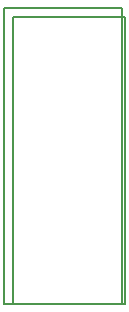
<source format=gm1>
G04 #@! TF.FileFunction,Profile,NP*
%FSLAX46Y46*%
G04 Gerber Fmt 4.6, Leading zero omitted, Abs format (unit mm)*
<<<<<<< HEAD
G04 Created by KiCad (PCBNEW 4.0.6) date Wednesday, 20 September 2017 'PMt' 02:31:42 PM*
=======
G04 Created by KiCad (PCBNEW 4.0.6) date Thursday, 24 August 2017 'PMt' 01:37:40 PM*
>>>>>>> parent of 32982b0... no message
%MOMM*%
%LPD*%
G01*
G04 APERTURE LIST*
%ADD10C,0.150000*%
G04 APERTURE END LIST*
D10*
<<<<<<< HEAD
X140000000Y-78000000D02*
X150000000Y-78000000D01*
X140000000Y-103000000D02*
X150000000Y-103000000D01*
X140000000Y-103000000D02*
X140000000Y-78000000D01*
X150000000Y-103000000D02*
X150000000Y-78000000D01*
=======
X140750000Y-103000000D02*
X141500000Y-103000000D01*
X140750000Y-78750000D02*
X141500000Y-78750000D01*
X140750000Y-103000000D02*
X140750000Y-78750000D01*
X150250000Y-78750000D02*
X141500000Y-78750000D01*
X150250000Y-103000000D02*
X150250000Y-78750000D01*
X141500000Y-103000000D02*
X150250000Y-103000000D01*
>>>>>>> parent of 32982b0... no message
M02*

</source>
